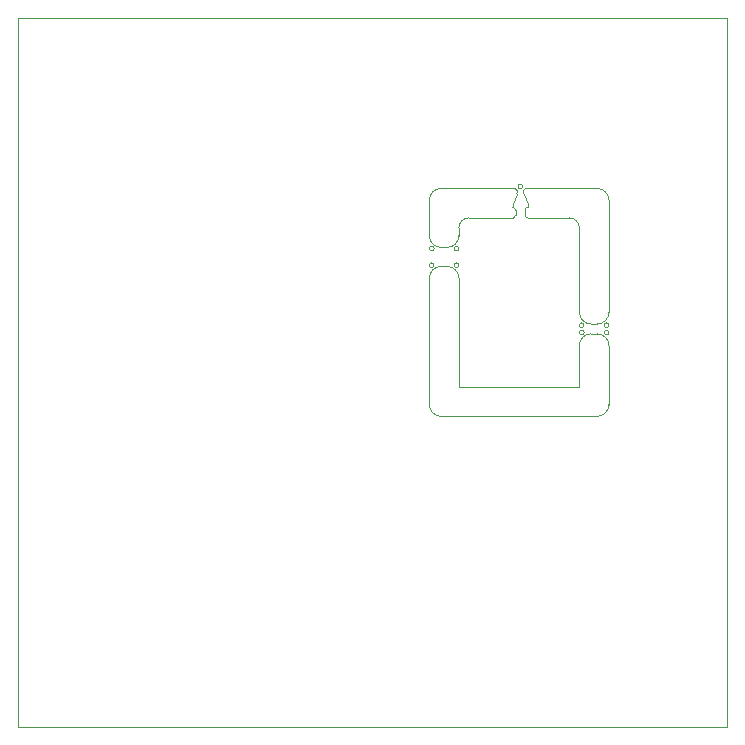
<source format=gbr>
%TF.GenerationSoftware,KiCad,Pcbnew,(7.0.0)*%
%TF.CreationDate,2023-02-26T18:00:26-05:00*%
%TF.ProjectId,headstage-neuropix2e,68656164-7374-4616-9765-2d6e6575726f,A*%
%TF.SameCoordinates,Original*%
%TF.FileFunction,Profile,NP*%
%FSLAX46Y46*%
G04 Gerber Fmt 4.6, Leading zero omitted, Abs format (unit mm)*
G04 Created by KiCad (PCBNEW (7.0.0)) date 2023-02-26 18:00:26*
%MOMM*%
%LPD*%
G01*
G04 APERTURE LIST*
%TA.AperFunction,Profile*%
%ADD10C,0.050000*%
%TD*%
G04 APERTURE END LIST*
D10*
X141875000Y-80750000D02*
X141875000Y-81000000D01*
X142975000Y-79400000D02*
X149025000Y-79400000D01*
X150025000Y-80400000D02*
G75*
G03*
X149025000Y-79400000I-1000000J0D01*
G01*
X136325000Y-84400000D02*
G75*
G03*
X137325000Y-83400000I0J1000000D01*
G01*
X146675000Y-81900000D02*
X143175000Y-81900000D01*
X150025000Y-90987107D02*
G75*
G03*
X150025000Y-90987107I-200000J0D01*
G01*
X137325000Y-82750000D02*
X137325000Y-83400000D01*
X134825000Y-97700000D02*
G75*
G03*
X135825000Y-98700000I1000000J0D01*
G01*
X150024993Y-92707107D02*
G75*
G03*
X149025000Y-91707107I-999993J7D01*
G01*
X147925000Y-90987107D02*
G75*
G03*
X147925000Y-90987107I-200000J0D01*
G01*
X135225000Y-85900000D02*
G75*
G03*
X135225000Y-85900000I-200000J0D01*
G01*
X135825000Y-79400000D02*
G75*
G03*
X134825000Y-80400000I0J-1000000D01*
G01*
X137325000Y-87000000D02*
G75*
G03*
X136325000Y-86000000I-1000000J0D01*
G01*
X141875000Y-81900000D02*
G75*
G03*
X142125000Y-81650000I0J250000D01*
G01*
X150025000Y-80400000D02*
X150025000Y-89887107D01*
X142231313Y-79885212D02*
X141875000Y-80750000D01*
X143175000Y-81000000D02*
G75*
G03*
X142925000Y-81250000I0J-250000D01*
G01*
X134820249Y-87000000D02*
X134825000Y-97700000D01*
X150025000Y-97700000D02*
X150025000Y-92707107D01*
X137325000Y-96200000D02*
X147525000Y-96200000D01*
X150025000Y-91607107D02*
G75*
G03*
X150025000Y-91607107I-200000J0D01*
G01*
X135225000Y-84500000D02*
G75*
G03*
X135225000Y-84500000I-200000J0D01*
G01*
X134825000Y-80400000D02*
X134820249Y-83400000D01*
X147525000Y-96200000D02*
X147525000Y-92707107D01*
X143175000Y-81000000D02*
X143175000Y-80750000D01*
X149025000Y-90887100D02*
G75*
G03*
X150025000Y-89887107I0J1000000D01*
G01*
X135820249Y-86000049D02*
G75*
G03*
X134820249Y-87000000I-49J-999951D01*
G01*
X141875000Y-81900000D02*
X138175000Y-81900000D01*
X142725000Y-79225000D02*
G75*
G03*
X142725000Y-79225000I-200000J0D01*
G01*
X135820249Y-84400000D02*
X136325000Y-84400000D01*
X149025000Y-98700000D02*
G75*
G03*
X150025000Y-97700000I0J1000000D01*
G01*
X142925000Y-81650000D02*
G75*
G03*
X143175000Y-81900000I250000J0D01*
G01*
X142975000Y-79400001D02*
G75*
G03*
X142818687Y-79885212I100000J-299999D01*
G01*
X137325000Y-84500000D02*
G75*
G03*
X137325000Y-84500000I-200000J0D01*
G01*
X136325000Y-86000000D02*
X135820249Y-86000000D01*
X138175000Y-81900000D02*
G75*
G03*
X137325000Y-82750000I0J-850000D01*
G01*
X137325000Y-87000000D02*
X137325000Y-96200000D01*
X147524993Y-89887107D02*
G75*
G03*
X148525000Y-90887107I1000007J7D01*
G01*
X148525000Y-91707100D02*
G75*
G03*
X147525000Y-92707107I0J-1000000D01*
G01*
X147525000Y-82750000D02*
G75*
G03*
X146675000Y-81900000I-850000J0D01*
G01*
X142075000Y-79400001D02*
X135825000Y-79400000D01*
X142925000Y-81650000D02*
X142925000Y-81250000D01*
X148525000Y-90887107D02*
X149025000Y-90887107D01*
X143175000Y-80750000D02*
X142818687Y-79885212D01*
X147925000Y-91607107D02*
G75*
G03*
X147925000Y-91607107I-200000J0D01*
G01*
X134820200Y-83400000D02*
G75*
G03*
X135820249Y-84400000I1000000J0D01*
G01*
X135825000Y-98700000D02*
X149025000Y-98700000D01*
X142125000Y-81250000D02*
X142125000Y-81650000D01*
X142231312Y-79885211D02*
G75*
G03*
X142075000Y-79400002I-256312J185211D01*
G01*
X147525000Y-89887107D02*
X147525000Y-82750000D01*
X142125000Y-81250000D02*
G75*
G03*
X141875000Y-81000000I-250000J0D01*
G01*
X137325000Y-85900000D02*
G75*
G03*
X137325000Y-85900000I-200000J0D01*
G01*
X149025000Y-91707107D02*
X148525000Y-91707107D01*
X100000000Y-65000000D02*
X160000000Y-65000000D01*
X160000000Y-65000000D02*
X160000000Y-125000000D01*
X160000000Y-125000000D02*
X100000000Y-125000000D01*
X100000000Y-125000000D02*
X100000000Y-65000000D01*
M02*

</source>
